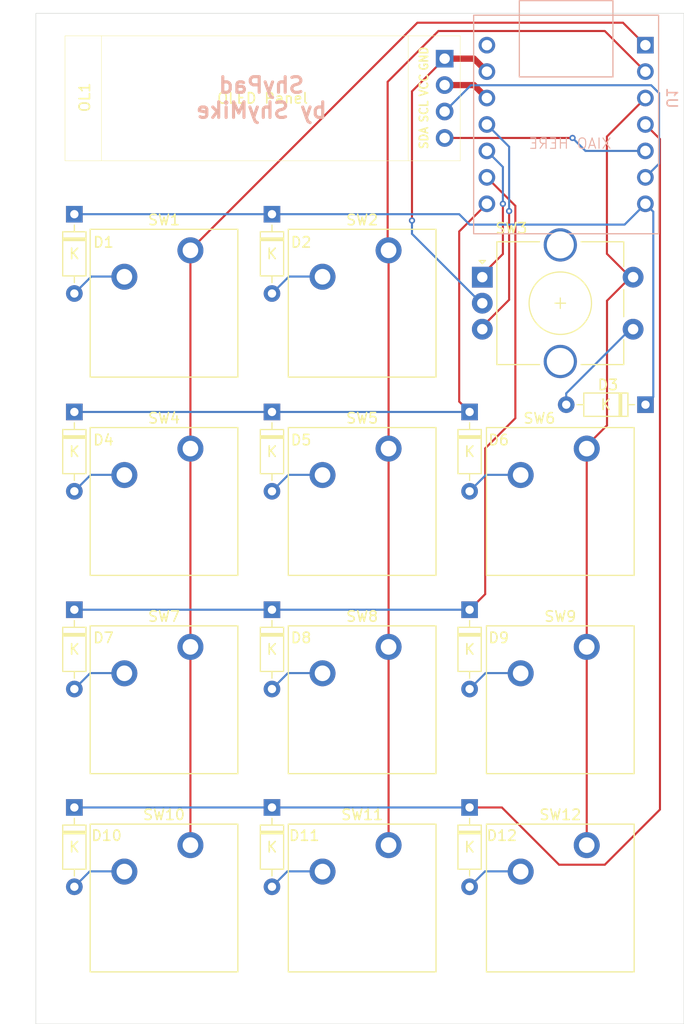
<source format=kicad_pcb>
(kicad_pcb (version 20240108) (generator "pcbnew") (generator_version "8.0")
  (layers (0 "F.Cu" signal) (31 "B.Cu" signal) (34 "B.Paste" user) (35 "F.Paste" user) (36 "B.SilkS" user "B.Silkscreen") (37 "F.SilkS" user "F.Silkscreen") (38 "B.Mask" user) (39 "F.Mask" user) (44 "Edge.Cuts" user))
  (net 0 "")
  (net 1 "+5V")
  (net 2 "GND")
  (net 3 "Net-(D3-A)")
  (net 4 "Row 2")
  (net 5 "Net-(D4-A)")
  (net 6 "Net-(D5-A)")
  (net 7 "Row 1")
  (net 8 "Net-(D6-A)")
  (net 9 "Net-(D7-A)")
  (net 10 "Net-(D8-A)")
  (net 11 "Net-(D9-A)")
  (net 12 "Row 0")
  (net 13 "Net-(D10-A)")
  (net 14 "Net-(D11-A)")
  (net 15 "Net-(D12-A)")
  (net 16 "SDA")
  (net 17 "SCL")
  (net 18 "+3.3V")
  (net 19 "Col 0")
  (net 20 "Col 1")
  (net 21 "Col 2")
  (net 22 "Pot B")
  (net 23 "Row 3")
  (net 24 "Pot A")
  (net 25 "Net-(D1-A)")
  (net 26 "Net-(D2-A)")
  (footprint "hackpad:SSD1306-0.91-OLED-4pin-128x32" (layer "F.Cu") (at 14.89 14.255)
    (property "Reference" "OL1" (at 1.9 5.91 90) (layer "F.SilkS"))
    (property "Value" "OLED")
    (fp_line (start 0 0) (end 0 12) (stroke (width 0.04)) (layer "F.SilkS"))
    (fp_line (start 0 12) (end 38 12) (stroke (width 0.04)) (layer "F.SilkS"))
    (fp_line (start 3.5 0) (end 3.5 12) (stroke (width 0.04)) (layer "F.SilkS"))
    (fp_line (start 33 0) (end 33 12) (stroke (width 0.04)) (layer "F.SilkS"))
    (fp_line (start 38 0) (end 0 0) (stroke (width 0.04)) (layer "F.SilkS"))
    (fp_line (start 38 12) (end 38 0) (stroke (width 0.04)) (layer "F.SilkS"))
    (fp_text user "OLED Panel" (at 19 6 0) (layer "F.SilkS"))
    (fp_text user "SCL" (at 34.5 7.27 -90) (layer "F.SilkS") (effects (font (size 0.8 0.75))))
    (fp_text user "VCC" (at 34.5 4.73 -90) (layer "F.SilkS") (effects (font (size 0.8 0.75))))
    (fp_text user "SDA" (at 34.5 9.81 -90) (layer "F.SilkS") (effects (font (size 0.8 0.75))))
    (fp_text user "GND" (at 34.5 2.19 -90) (layer "F.SilkS") (effects (font (size 0.8 0.75))))
    (pad "1" thru_hole rect (at 36.5 2.19) (size 1.7 1.7) (drill 1) (layers "*.Cu" "*.Mask") (net 2 "GND"))
    (pad "2" thru_hole oval (at 36.5 4.73) (size 1.7 1.7) (drill 1) (layers "*.Cu" "*.Mask") (net 18 "+3.3V"))
    (pad "3" thru_hole oval (at 36.5 7.27) (size 1.7 1.7) (drill 1) (layers "*.Cu" "*.Mask") (net 17 "SCL"))
    (pad "4" thru_hole oval (at 36.5 9.81) (size 1.7 1.7) (drill 1) (layers "*.Cu" "*.Mask") (net 16 "SDA"))
  )
  (footprint "hackpad:MX_PCB_1.00u" (layer "F.Cu") (at 62.51 97.09)
    (property "Reference" "SW12" (at 0 -8 0) (layer "F.SilkS"))
    (property "Value" "SW_Push_45deg")
    (fp_line (start -7.1 -7.1) (end -7.1 7.1) (stroke (width 0.12)) (layer "F.SilkS"))
    (fp_line (start -7.1 7.1) (end 7.1 7.1) (stroke (width 0.12)) (layer "F.SilkS"))
    (fp_line (start 7.1 -7.1) (end -7.1 -7.1) (stroke (width 0.12)) (layer "F.SilkS"))
    (fp_line (start 7.1 7.1) (end 7.1 -7.1) (stroke (width 0.12)) (layer "F.SilkS"))
    (pad "" np_thru_hole circle (at -5.08 0) (size 1.75 1.75) (drill 1.75) (layers "*.Cu" "*.Mask"))
    (pad "" np_thru_hole circle (at 0 0) (size 4 4) (drill 4) (layers "*.Cu" "*.Mask"))
    (pad "" np_thru_hole circle (at 5.08 0) (size 1.75 1.75) (drill 1.75) (layers "*.Cu" "*.Mask"))
    (pad "1" thru_hole circle (at 2.54 -5.08) (size 2.5 2.5) (drill 1.5) (layers "*.Cu" "*.Mask") (net 21 "Col 2"))
    (pad "2" thru_hole circle (at -3.81 -2.54) (size 2.5 2.5) (drill 1.5) (layers "*.Cu" "*.Mask") (net 15 "Net-(D12-A)"))
  )
  (footprint "Diode_THT:D_DO-35_SOD27_P7.62mm_Horizontal" (layer "F.Cu") (at 34.789998 31.39 -90)
    (property "Reference" "D2" (at 2.7 -2.800002 180) (layer "F.SilkS"))
    (property "Value" "1N4148")
    (fp_line (start 1.69 1.12) (end 5.93 1.12) (stroke (width 0.12)) (layer "F.SilkS"))
    (fp_line (start 5.93 1.12) (end 5.93 -1.12) (stroke (width 0.12)) (layer "F.SilkS"))
    (fp_line (start 1.04 0) (end 1.69 0) (stroke (width 0.12)) (layer "F.SilkS"))
    (fp_line (start 6.58 0) (end 5.93 0) (stroke (width 0.12)) (layer "F.SilkS"))
    (fp_line (start 1.69 -1.12) (end 1.69 1.12) (stroke (width 0.12)) (layer "F.SilkS"))
    (fp_line (start 2.29 -1.12) (end 2.29 1.12) (stroke (width 0.12)) (layer "F.SilkS"))
    (fp_line (start 2.41 -1.12) (end 2.41 1.12) (stroke (width 0.12)) (layer "F.SilkS"))
    (fp_line (start 2.53 -1.12) (end 2.53 1.12) (stroke (width 0.12)) (layer "F.SilkS"))
    (fp_line (start 5.93 -1.12) (end 1.69 -1.12) (stroke (width 0.12)) (layer "F.SilkS"))
    (fp_text user "K" (at 3.81 0 180) (layer "F.SilkS"))
    (pad "1" thru_hole rect (at 0 0 270) (size 1.6 1.6) (drill 0.8) (layers "*.Cu" "*.Mask") (net 12 "Row 0"))
    (pad "2" thru_hole oval (at 7.62 0 270) (size 1.6 1.6) (drill 0.8) (layers "*.Cu" "*.Mask") (net 26 "Net-(D2-A)"))
  )
  (footprint "hackpad:MX_PCB_1.00u" (layer "F.Cu") (at 24.41 97.09)
    (property "Reference" "SW10" (at 0 -8 0) (layer "F.SilkS"))
    (property "Value" "SW_Push_45deg")
    (fp_line (start -7.1 -7.1) (end -7.1 7.1) (stroke (width 0.12)) (layer "F.SilkS"))
    (fp_line (start -7.1 7.1) (end 7.1 7.1) (stroke (width 0.12)) (layer "F.SilkS"))
    (fp_line (start 7.1 -7.1) (end -7.1 -7.1) (stroke (width 0.12)) (layer "F.SilkS"))
    (fp_line (start 7.1 7.1) (end 7.1 -7.1) (stroke (width 0.12)) (layer "F.SilkS"))
    (pad "" np_thru_hole circle (at -5.08 0) (size 1.75 1.75) (drill 1.75) (layers "*.Cu" "*.Mask"))
    (pad "" np_thru_hole circle (at 0 0) (size 4 4) (drill 4) (layers "*.Cu" "*.Mask"))
    (pad "" np_thru_hole circle (at 5.08 0) (size 1.75 1.75) (drill 1.75) (layers "*.Cu" "*.Mask"))
    (pad "1" thru_hole circle (at 2.54 -5.08) (size 2.5 2.5) (drill 1.5) (layers "*.Cu" "*.Mask") (net 19 "Col 0"))
    (pad "2" thru_hole circle (at -3.81 -2.54) (size 2.5 2.5) (drill 1.5) (layers "*.Cu" "*.Mask") (net 13 "Net-(D10-A)"))
  )
  (footprint "Diode_THT:D_DO-35_SOD27_P7.62mm_Horizontal" (layer "F.Cu") (at 53.789998 88.39 -90)
    (property "Reference" "D12" (at 2.7 -3.100002 180) (layer "F.SilkS"))
    (property "Value" "1N4148")
    (fp_line (start 1.69 1.12) (end 5.93 1.12) (stroke (width 0.12)) (layer "F.SilkS"))
    (fp_line (start 5.93 1.12) (end 5.93 -1.12) (stroke (width 0.12)) (layer "F.SilkS"))
    (fp_line (start 1.04 0) (end 1.69 0) (stroke (width 0.12)) (layer "F.SilkS"))
    (fp_line (start 6.58 0) (end 5.93 0) (stroke (width 0.12)) (layer "F.SilkS"))
    (fp_line (start 1.69 -1.12) (end 1.69 1.12) (stroke (width 0.12)) (layer "F.SilkS"))
    (fp_line (start 2.29 -1.12) (end 2.29 1.12) (stroke (width 0.12)) (layer "F.SilkS"))
    (fp_line (start 2.41 -1.12) (end 2.41 1.12) (stroke (width 0.12)) (layer "F.SilkS"))
    (fp_line (start 2.53 -1.12) (end 2.53 1.12) (stroke (width 0.12)) (layer "F.SilkS"))
    (fp_line (start 5.93 -1.12) (end 1.69 -1.12) (stroke (width 0.12)) (layer "F.SilkS"))
    (fp_text user "K" (at 3.81 0 180) (layer "F.SilkS"))
    (pad "1" thru_hole rect (at 0 0 270) (size 1.6 1.6) (drill 0.8) (layers "*.Cu" "*.Mask") (net 23 "Row 3"))
    (pad "2" thru_hole oval (at 7.62 0 270) (size 1.6 1.6) (drill 0.8) (layers "*.Cu" "*.Mask") (net 15 "Net-(D12-A)"))
  )
  (footprint "hackpad:MX_PCB_1.00u" (layer "F.Cu") (at 43.46 78.04)
    (property "Reference" "SW8" (at 0 -8 0) (layer "F.SilkS"))
    (property "Value" "SW_Push_45deg")
    (fp_line (start -7.1 -7.1) (end -7.1 7.1) (stroke (width 0.12)) (layer "F.SilkS"))
    (fp_line (start -7.1 7.1) (end 7.1 7.1) (stroke (width 0.12)) (layer "F.SilkS"))
    (fp_line (start 7.1 -7.1) (end -7.1 -7.1) (stroke (width 0.12)) (layer "F.SilkS"))
    (fp_line (start 7.1 7.1) (end 7.1 -7.1) (stroke (width 0.12)) (layer "F.SilkS"))
    (pad "" np_thru_hole circle (at -5.08 0) (size 1.75 1.75) (drill 1.75) (layers "*.Cu" "*.Mask"))
    (pad "" np_thru_hole circle (at 0 0) (size 4 4) (drill 4) (layers "*.Cu" "*.Mask"))
    (pad "" np_thru_hole circle (at 5.08 0) (size 1.75 1.75) (drill 1.75) (layers "*.Cu" "*.Mask"))
    (pad "1" thru_hole circle (at 2.54 -5.08) (size 2.5 2.5) (drill 1.5) (layers "*.Cu" "*.Mask") (net 20 "Col 1"))
    (pad "2" thru_hole circle (at -3.81 -2.54) (size 2.5 2.5) (drill 1.5) (layers "*.Cu" "*.Mask") (net 10 "Net-(D8-A)"))
  )
  (footprint "Diode_THT:D_DO-35_SOD27_P7.62mm_Horizontal" (layer "F.Cu") (at 15.789998 50.39 -90)
    (property "Reference" "D4" (at 2.7 -2.800002 180) (layer "F.SilkS"))
    (property "Value" "1N4148")
    (fp_line (start 1.69 1.12) (end 5.93 1.12) (stroke (width 0.12)) (layer "F.SilkS"))
    (fp_line (start 5.93 1.12) (end 5.93 -1.12) (stroke (width 0.12)) (layer "F.SilkS"))
    (fp_line (start 1.04 0) (end 1.69 0) (stroke (width 0.12)) (layer "F.SilkS"))
    (fp_line (start 6.58 0) (end 5.93 0) (stroke (width 0.12)) (layer "F.SilkS"))
    (fp_line (start 1.69 -1.12) (end 1.69 1.12) (stroke (width 0.12)) (layer "F.SilkS"))
    (fp_line (start 2.29 -1.12) (end 2.29 1.12) (stroke (width 0.12)) (layer "F.SilkS"))
    (fp_line (start 2.41 -1.12) (end 2.41 1.12) (stroke (width 0.12)) (layer "F.SilkS"))
    (fp_line (start 2.53 -1.12) (end 2.53 1.12) (stroke (width 0.12)) (layer "F.SilkS"))
    (fp_line (start 5.93 -1.12) (end 1.69 -1.12) (stroke (width 0.12)) (layer "F.SilkS"))
    (fp_text user "K" (at 3.81 0 180) (layer "F.SilkS"))
    (pad "1" thru_hole rect (at 0 0 270) (size 1.6 1.6) (drill 0.8) (layers "*.Cu" "*.Mask") (net 7 "Row 1"))
    (pad "2" thru_hole oval (at 7.62 0 270) (size 1.6 1.6) (drill 0.8) (layers "*.Cu" "*.Mask") (net 5 "Net-(D4-A)"))
  )
  (footprint "Diode_THT:D_DO-35_SOD27_P7.62mm_Horizontal" (layer "F.Cu") (at 15.789998 88.39 -90)
    (property "Reference" "D10" (at 2.7 -3.100002 180) (layer "F.SilkS"))
    (property "Value" "1N4148")
    (fp_line (start 1.69 1.12) (end 5.93 1.12) (stroke (width 0.12)) (layer "F.SilkS"))
    (fp_line (start 5.93 1.12) (end 5.93 -1.12) (stroke (width 0.12)) (layer "F.SilkS"))
    (fp_line (start 1.04 0) (end 1.69 0) (stroke (width 0.12)) (layer "F.SilkS"))
    (fp_line (start 6.58 0) (end 5.93 0) (stroke (width 0.12)) (layer "F.SilkS"))
    (fp_line (start 1.69 -1.12) (end 1.69 1.12) (stroke (width 0.12)) (layer "F.SilkS"))
    (fp_line (start 2.29 -1.12) (end 2.29 1.12) (stroke (width 0.12)) (layer "F.SilkS"))
    (fp_line (start 2.41 -1.12) (end 2.41 1.12) (stroke (width 0.12)) (layer "F.SilkS"))
    (fp_line (start 2.53 -1.12) (end 2.53 1.12) (stroke (width 0.12)) (layer "F.SilkS"))
    (fp_line (start 5.93 -1.12) (end 1.69 -1.12) (stroke (width 0.12)) (layer "F.SilkS"))
    (fp_text user "K" (at 3.81 0 180) (layer "F.SilkS"))
    (pad "1" thru_hole rect (at 0 0 270) (size 1.6 1.6) (drill 0.8) (layers "*.Cu" "*.Mask") (net 23 "Row 3"))
    (pad "2" thru_hole oval (at 7.62 0 270) (size 1.6 1.6) (drill 0.8) (layers "*.Cu" "*.Mask") (net 13 "Net-(D10-A)"))
  )
  (footprint "hackpad:MX_PCB_1.00u" (layer "F.Cu") (at 62.51 78.04)
    (property "Reference" "SW9" (at 0 -8 0) (layer "F.SilkS"))
    (property "Value" "SW_Push_45deg")
    (fp_line (start -7.1 -7.1) (end -7.1 7.1) (stroke (width 0.12)) (layer "F.SilkS"))
    (fp_line (start -7.1 7.1) (end 7.1 7.1) (stroke (width 0.12)) (layer "F.SilkS"))
    (fp_line (start 7.1 -7.1) (end -7.1 -7.1) (stroke (width 0.12)) (layer "F.SilkS"))
    (fp_line (start 7.1 7.1) (end 7.1 -7.1) (stroke (width 0.12)) (layer "F.SilkS"))
    (pad "" np_thru_hole circle (at -5.08 0) (size 1.75 1.75) (drill 1.75) (layers "*.Cu" "*.Mask"))
    (pad "" np_thru_hole circle (at 0 0) (size 4 4) (drill 4) (layers "*.Cu" "*.Mask"))
    (pad "" np_thru_hole circle (at 5.08 0) (size 1.75 1.75) (drill 1.75) (layers "*.Cu" "*.Mask"))
    (pad "1" thru_hole circle (at 2.54 -5.08) (size 2.5 2.5) (drill 1.5) (layers "*.Cu" "*.Mask") (net 21 "Col 2"))
    (pad "2" thru_hole circle (at -3.81 -2.54) (size 2.5 2.5) (drill 1.5) (layers "*.Cu" "*.Mask") (net 11 "Net-(D9-A)"))
  )
  (footprint "hackpad:MX_PCB_1.00u" (layer "F.Cu") (at 43.46 58.99)
    (property "Reference" "SW5" (at 0 -8 0) (layer "F.SilkS"))
    (property "Value" "SW_Push_45deg")
    (fp_line (start -7.1 -7.1) (end -7.1 7.1) (stroke (width 0.12)) (layer "F.SilkS"))
    (fp_line (start -7.1 7.1) (end 7.1 7.1) (stroke (width 0.12)) (layer "F.SilkS"))
    (fp_line (start 7.1 -7.1) (end -7.1 -7.1) (stroke (width 0.12)) (layer "F.SilkS"))
    (fp_line (start 7.1 7.1) (end 7.1 -7.1) (stroke (width 0.12)) (layer "F.SilkS"))
    (pad "" np_thru_hole circle (at -5.08 0) (size 1.75 1.75) (drill 1.75) (layers "*.Cu" "*.Mask"))
    (pad "" np_thru_hole circle (at 0 0) (size 4 4) (drill 4) (layers "*.Cu" "*.Mask"))
    (pad "" np_thru_hole circle (at 5.08 0) (size 1.75 1.75) (drill 1.75) (layers "*.Cu" "*.Mask"))
    (pad "1" thru_hole circle (at 2.54 -5.08) (size 2.5 2.5) (drill 1.5) (layers "*.Cu" "*.Mask") (net 20 "Col 1"))
    (pad "2" thru_hole circle (at -3.81 -2.54) (size 2.5 2.5) (drill 1.5) (layers "*.Cu" "*.Mask") (net 6 "Net-(D5-A)"))
  )
  (footprint "Diode_THT:D_DO-35_SOD27_P7.62mm_Horizontal" (layer "F.Cu") (at 34.789998 50.39 -90)
    (property "Reference" "D5" (at 2.7 -2.800002 180) (layer "F.SilkS"))
    (property "Value" "1N4148")
    (fp_line (start 1.69 1.12) (end 5.93 1.12) (stroke (width 0.12)) (layer "F.SilkS"))
    (fp_line (start 5.93 1.12) (end 5.93 -1.12) (stroke (width 0.12)) (layer "F.SilkS"))
    (fp_line (start 1.04 0) (end 1.69 0) (stroke (width 0.12)) (layer "F.SilkS"))
    (fp_line (start 6.58 0) (end 5.93 0) (stroke (width 0.12)) (layer "F.SilkS"))
    (fp_line (start 1.69 -1.12) (end 1.69 1.12) (stroke (width 0.12)) (layer "F.SilkS"))
    (fp_line (start 2.29 -1.12) (end 2.29 1.12) (stroke (width 0.12)) (layer "F.SilkS"))
    (fp_line (start 2.41 -1.12) (end 2.41 1.12) (stroke (width 0.12)) (layer "F.SilkS"))
    (fp_line (start 2.53 -1.12) (end 2.53 1.12) (stroke (width 0.12)) (layer "F.SilkS"))
    (fp_line (start 5.93 -1.12) (end 1.69 -1.12) (stroke (width 0.12)) (layer "F.SilkS"))
    (fp_text user "K" (at 3.81 0 180) (layer "F.SilkS"))
    (pad "1" thru_hole rect (at 0 0 270) (size 1.6 1.6) (drill 0.8) (layers "*.Cu" "*.Mask") (net 7 "Row 1"))
    (pad "2" thru_hole oval (at 7.62 0 270) (size 1.6 1.6) (drill 0.8) (layers "*.Cu" "*.Mask") (net 6 "Net-(D5-A)"))
  )
  (footprint "Diode_THT:D_DO-35_SOD27_P7.62mm_Horizontal" (layer "F.Cu") (at 53.789998 69.39 -90)
    (property "Reference" "D9" (at 2.7 -2.800002 180) (layer "F.SilkS"))
    (property "Value" "1N4148")
    (fp_line (start 1.69 1.12) (end 5.93 1.12) (stroke (width 0.12)) (layer "F.SilkS"))
    (fp_line (start 5.93 1.12) (end 5.93 -1.12) (stroke (width 0.12)) (layer "F.SilkS"))
    (fp_line (start 1.04 0) (end 1.69 0) (stroke (width 0.12)) (layer "F.SilkS"))
    (fp_line (start 6.58 0) (end 5.93 0) (stroke (width 0.12)) (layer "F.SilkS"))
    (fp_line (start 1.69 -1.12) (end 1.69 1.12) (stroke (width 0.12)) (layer "F.SilkS"))
    (fp_line (start 2.29 -1.12) (end 2.29 1.12) (stroke (width 0.12)) (layer "F.SilkS"))
    (fp_line (start 2.41 -1.12) (end 2.41 1.12) (stroke (width 0.12)) (layer "F.SilkS"))
    (fp_line (start 2.53 -1.12) (end 2.53 1.12) (stroke (width 0.12)) (layer "F.SilkS"))
    (fp_line (start 5.93 -1.12) (end 1.69 -1.12) (stroke (width 0.12)) (layer "F.SilkS"))
    (fp_text user "K" (at 3.81 0 180) (layer "F.SilkS"))
    (pad "1" thru_hole rect (at 0 0 270) (size 1.6 1.6) (drill 0.8) (layers "*.Cu" "*.Mask") (net 4 "Row 2"))
    (pad "2" thru_hole oval (at 7.62 0 270) (size 1.6 1.6) (drill 0.8) (layers "*.Cu" "*.Mask") (net 11 "Net-(D9-A)"))
  )
  (footprint "hackpad:MX_PCB_1.00u" (layer "F.Cu") (at 43.46 39.94)
    (property "Reference" "SW2" (at 0 -8 0) (layer "F.SilkS"))
    (property "Value" "SW_Push_45deg")
    (fp_line (start -7.1 -7.1) (end -7.1 7.1) (stroke (width 0.12)) (layer "F.SilkS"))
    (fp_line (start -7.1 7.1) (end 7.1 7.1) (stroke (width 0.12)) (layer "F.SilkS"))
    (fp_line (start 7.1 -7.1) (end -7.1 -7.1) (stroke (width 0.12)) (layer "F.SilkS"))
    (fp_line (start 7.1 7.1) (end 7.1 -7.1) (stroke (width 0.12)) (layer "F.SilkS"))
    (pad "" np_thru_hole circle (at -5.08 0) (size 1.75 1.75) (drill 1.75) (layers "*.Cu" "*.Mask"))
    (pad "" np_thru_hole circle (at 0 0) (size 4 4) (drill 4) (layers "*.Cu" "*.Mask"))
    (pad "" np_thru_hole circle (at 5.08 0) (size 1.75 1.75) (drill 1.75) (layers "*.Cu" "*.Mask"))
    (pad "1" thru_hole circle (at 2.54 -5.08) (size 2.5 2.5) (drill 1.5) (layers "*.Cu" "*.Mask") (net 20 "Col 1"))
    (pad "2" thru_hole circle (at -3.81 -2.54) (size 2.5 2.5) (drill 1.5) (layers "*.Cu" "*.Mask") (net 26 "Net-(D2-A)"))
  )
  (footprint "hackpad:RotaryEncoder_Alps_EC11E-Switch_Vertical_H20mm_CircularMountingHoles" (layer "F.Cu") (at 55.01 37.44)
    (property "Reference" "SW3" (at 2.8 -4.7 0) (layer "F.SilkS"))
    (property "Value" "RotaryEncoder_Switch_MP")
    (fp_line (start -0.3 -1.6) (end 0.3 -1.6) (stroke (width 0.12)) (layer "F.SilkS"))
    (fp_line (start 0 -1.3) (end -0.3 -1.6) (stroke (width 0.12)) (layer "F.SilkS"))
    (fp_line (start 0.3 -1.6) (end 0 -1.3) (stroke (width 0.12)) (layer "F.SilkS"))
    (fp_line (start 1.4 -3.4) (end 1.4 8.4) (stroke (width 0.12)) (layer "F.SilkS"))
    (fp_line (start 5.5 -3.4) (end 1.4 -3.4) (stroke (width 0.12)) (layer "F.SilkS"))
    (fp_line (start 5.5 8.4) (end 1.4 8.4) (stroke (width 0.12)) (layer "F.SilkS"))
    (fp_line (start 7 2.5) (end 8 2.5) (stroke (width 0.12)) (layer "F.SilkS"))
    (fp_line (start 7.5 2) (end 7.5 3) (stroke (width 0.12)) (layer "F.SilkS"))
    (fp_line (start 9.5 -3.4) (end 13.6 -3.4) (stroke (width 0.12)) (layer "F.SilkS"))
    (fp_line (start 13.6 -3.4) (end 13.6 -1) (stroke (width 0.12)) (layer "F.SilkS"))
    (fp_line (start 13.6 1.2) (end 13.6 3.8) (stroke (width 0.12)) (layer "F.SilkS"))
    (fp_line (start 13.6 6) (end 13.6 8.4) (stroke (width 0.12)) (layer "F.SilkS"))
    (fp_line (start 13.6 8.4) (end 9.5 8.4) (stroke (width 0.12)) (layer "F.SilkS"))
    (fp_circle (center 7.5 2.5) (end 10.5 2.5) (stroke (width 0.12)) (fill none) (layer "F.SilkS"))
    (pad "A" thru_hole rect (at 0 0) (size 2 2) (drill 1) (layers "*.Cu" "*.Mask") (net 24 "Pot A"))
    (pad "B" thru_hole circle (at 0 5) (size 2 2) (drill 1) (layers "*.Cu" "*.Mask") (net 22 "Pot B"))
    (pad "C" thru_hole circle (at 0 2.5) (size 2 2) (drill 1) (layers "*.Cu" "*.Mask") (net 2 "GND"))
    (pad "MP" thru_hole circle (at 7.5 -3.1) (size 3.2 3.2) (drill 2.6) (layers "*.Cu" "*.Mask"))
    (pad "MP" thru_hole circle (at 7.5 8.1) (size 3.2 3.2) (drill 2.6) (layers "*.Cu" "*.Mask"))
    (pad "S1" thru_hole circle (at 14.5 5) (size 2 2) (drill 1) (layers "*.Cu" "*.Mask") (net 3 "Net-(D3-A)"))
    (pad "S2" thru_hole circle (at 14.5 0) (size 2 2) (drill 1) (layers "*.Cu" "*.Mask") (net 21 "Col 2"))
  )
  (footprint "hackpad:MX_PCB_1.00u" (layer "F.Cu") (at 24.41 39.94)
    (property "Reference" "SW1" (at 0 -8 0) (layer "F.SilkS"))
    (property "Value" "SW_Push_45deg")
    (fp_line (start -7.1 -7.1) (end -7.1 7.1) (stroke (width 0.12)) (layer "F.SilkS"))
    (fp_line (start -7.1 7.1) (end 7.1 7.1) (stroke (width 0.12)) (layer "F.SilkS"))
    (fp_line (start 7.1 -7.1) (end -7.1 -7.1) (stroke (width 0.12)) (layer "F.SilkS"))
    (fp_line (start 7.1 7.1) (end 7.1 -7.1) (stroke (width 0.12)) (layer "F.SilkS"))
    (pad "" np_thru_hole circle (at -5.08 0) (size 1.75 1.75) (drill 1.75) (layers "*.Cu" "*.Mask"))
    (pad "" np_thru_hole circle (at 0 0) (size 4 4) (drill 4) (layers "*.Cu" "*.Mask"))
    (pad "" np_thru_hole circle (at 5.08 0) (size 1.75 1.75) (drill 1.75) (layers "*.Cu" "*.Mask"))
    (pad "1" thru_hole circle (at 2.54 -5.08) (size 2.5 2.5) (drill 1.5) (layers "*.Cu" "*.Mask") (net 19 "Col 0"))
    (pad "2" thru_hole circle (at -3.81 -2.54) (size 2.5 2.5) (drill 1.5) (layers "*.Cu" "*.Mask") (net 25 "Net-(D1-A)"))
  )
  (footprint "Diode_THT:D_DO-35_SOD27_P7.62mm_Horizontal" (layer "F.Cu") (at 15.789998 69.39 -90)
    (property "Reference" "D7" (at 2.7 -2.800002 180) (layer "F.SilkS"))
    (property "Value" "1N4148")
    (fp_line (start 1.69 1.12) (end 5.93 1.12) (stroke (width 0.12)) (layer "F.SilkS"))
    (fp_line (start 5.93 1.12) (end 5.93 -1.12) (stroke (width 0.12)) (layer "F.SilkS"))
    (fp_line (start 1.04 0) (end 1.69 0) (stroke (width 0.12)) (layer "F.SilkS"))
    (fp_line (start 6.58 0) (end 5.93 0) (stroke (width 0.12)) (layer "F.SilkS"))
    (fp_line (start 1.69 -1.12) (end 1.69 1.12) (stroke (width 0.12)) (layer "F.SilkS"))
    (fp_line (start 2.29 -1.12) (end 2.29 1.12) (stroke (width 0.12)) (layer "F.SilkS"))
    (fp_line (start 2.41 -1.12) (end 2.41 1.12) (stroke (width 0.12)) (layer "F.SilkS"))
    (fp_line (start 2.53 -1.12) (end 2.53 1.12) (stroke (width 0.12)) (layer "F.SilkS"))
    (fp_line (start 5.93 -1.12) (end 1.69 -1.12) (stroke (width 0.12)) (layer "F.SilkS"))
    (fp_text user "K" (at 3.81 0 180) (layer "F.SilkS"))
    (pad "1" thru_hole rect (at 0 0 270) (size 1.6 1.6) (drill 0.8) (layers "*.Cu" "*.Mask") (net 4 "Row 2"))
    (pad "2" thru_hole oval (at 7.62 0 270) (size 1.6 1.6) (drill 0.8) (layers "*.Cu" "*.Mask") (net 9 "Net-(D7-A)"))
  )
  (footprint "hackpad:MX_PCB_1.00u" (layer "F.Cu") (at 62.51 58.99)
    (property "Reference" "SW6" (at -2.01 -7.99 0) (layer "F.SilkS"))
    (property "Value" "SW_Push_45deg")
    (fp_line (start -7.1 -7.1) (end -7.1 7.1) (stroke (width 0.12)) (layer "F.SilkS"))
    (fp_line (start -7.1 7.1) (end 7.1 7.1) (stroke (width 0.12)) (layer "F.SilkS"))
    (fp_line (start 7.1 -7.1) (end -7.1 -7.1) (stroke (width 0.12)) (layer "F.SilkS"))
    (fp_line (start 7.1 7.1) (end 7.1 -7.1) (stroke (width 0.12)) (layer "F.SilkS"))
    (pad "" np_thru_hole circle (at -5.08 0) (size 1.75 1.75) (drill 1.75) (layers "*.Cu" "*.Mask"))
    (pad "" np_thru_hole circle (at 0 0) (size 4 4) (drill 4) (layers "*.Cu" "*.Mask"))
    (pad "" np_thru_hole circle (at 5.08 0) (size 1.75 1.75) (drill 1.75) (layers "*.Cu" "*.Mask"))
    (pad "1" thru_hole circle (at 2.54 -5.08) (size 2.5 2.5) (drill 1.5) (layers "*.Cu" "*.Mask") (net 21 "Col 2"))
    (pad "2" thru_hole circle (at -3.81 -2.54) (size 2.5 2.5) (drill 1.5) (layers "*.Cu" "*.Mask") (net 8 "Net-(D6-A)"))
  )
  (footprint "hackpad:MX_PCB_1.00u" (layer "F.Cu") (at 24.41 58.99)
    (property "Reference" "SW4" (at 0 -8 0) (layer "F.SilkS"))
    (property "Value" "SW_Push_45deg")
    (fp_line (start -7.1 -7.1) (end -7.1 7.1) (stroke (width 0.12)) (layer "F.SilkS"))
    (fp_line (start -7.1 7.1) (end 7.1 7.1) (stroke (width 0.12)) (layer "F.SilkS"))
    (fp_line (start 7.1 -7.1) (end -7.1 -7.1) (stroke (width 0.12)) (layer "F.SilkS"))
    (fp_line (start 7.1 7.1) (end 7.1 -7.1) (stroke (width 0.12)) (layer "F.SilkS"))
    (pad "" np_thru_hole circle (at -5.08 0) (size 1.75 1.75) (drill 1.75) (layers "*.Cu" "*.Mask"))
    (pad "" np_thru_hole circle (at 0 0) (size 4 4) (drill 4) (layers "*.Cu" "*.Mask"))
    (pad "" np_thru_hole circle (at 5.08 0) (size 1.75 1.75) (drill 1.75) (layers "*.Cu" "*.Mask"))
    (pad "1" thru_hole circle (at 2.54 -5.08) (size 2.5 2.5) (drill 1.5) (layers "*.Cu" "*.Mask") (net 19 "Col 0"))
    (pad "2" thru_hole circle (at -3.81 -2.54) (size 2.5 2.5) (drill 1.5) (layers "*.Cu" "*.Mask") (net 5 "Net-(D4-A)"))
  )
  (footprint "hackpad:MX_PCB_1.00u" (layer "F.Cu") (at 24.41 78.04)
    (property "Reference" "SW7" (at 0 -8 0) (layer "F.SilkS"))
    (property "Value" "SW_Push_45deg")
    (fp_line (start -7.1 -7.1) (end -7.1 7.1) (stroke (width 0.12)) (layer "F.SilkS"))
    (fp_line (start -7.1 7.1) (end 7.1 7.1) (stroke (width 0.12)) (layer "F.SilkS"))
    (fp_line (start 7.1 -7.1) (end -7.1 -7.1) (stroke (width 0.12)) (layer "F.SilkS"))
    (fp_line (start 7.1 7.1) (end 7.1 -7.1) (stroke (width 0.12)) (layer "F.SilkS"))
    (pad "" np_thru_hole circle (at -5.08 0) (size 1.75 1.75) (drill 1.75) (layers "*.Cu" "*.Mask"))
    (pad "" np_thru_hole circle (at 0 0) (size 4 4) (drill 4) (layers "*.Cu" "*.Mask"))
    (pad "" np_thru_hole circle (at 5.08 0) (size 1.75 1.75) (drill 1.75) (layers "*.Cu" "*.Mask"))
    (pad "1" thru_hole circle (at 2.54 -5.08) (size 2.5 2.5) (drill 1.5) (layers "*.Cu" "*.Mask") (net 19 "Col 0"))
    (pad "2" thru_hole circle (at -3.81 -2.54) (size 2.5 2.5) (drill 1.5) (layers "*.Cu" "*.Mask") (net 9 "Net-(D7-A)"))
  )
  (footprint "Diode_THT:D_DO-35_SOD27_P7.62mm_Horizontal" (layer "F.Cu") (at 53.789998 50.39 -90)
    (property "Reference" "D6" (at 2.7 -2.800002 180) (layer "F.SilkS"))
    (property "Value" "1N4148")
    (fp_line (start 1.69 1.12) (end 5.93 1.12) (stroke (width 0.12)) (layer "F.SilkS"))
    (fp_line (start 5.93 1.12) (end 5.93 -1.12) (stroke (width 0.12)) (layer "F.SilkS"))
    (fp_line (start 1.04 0) (end 1.69 0) (stroke (width 0.12)) (layer "F.SilkS"))
    (fp_line (start 6.58 0) (end 5.93 0) (stroke (width 0.12)) (layer "F.SilkS"))
    (fp_line (start 1.69 -1.12) (end 1.69 1.12) (stroke (width 0.12)) (layer "F.SilkS"))
    (fp_line (start 2.29 -1.12) (end 2.29 1.12) (stroke (width 0.12)) (layer "F.SilkS"))
    (fp_line (start 2.41 -1.12) (end 2.41 1.12) (stroke (width 0.12)) (layer "F.SilkS"))
    (fp_line (start 2.53 -1.12) (end 2.53 1.12) (stroke (width 0.12)) (layer "F.SilkS"))
    (fp_line (start 5.93 -1.12) (end 1.69 -1.12) (stroke (width 0.12)) (layer "F.SilkS"))
    (fp_text user "K" (at 3.81 0 180) (layer "F.SilkS"))
    (pad "1" thru_hole rect (at 0 0 270) (size 1.6 1.6) (drill 0.8) (layers "*.Cu" "*.Mask") (net 7 "Row 1"))
    (pad "2" thru_hole oval (at 7.62 0 270) (size 1.6 1.6) (drill 0.8) (layers "*.Cu" "*.Mask") (net 8 "Net-(D6-A)"))
  )
  (footprint "Diode_THT:D_DO-35_SOD27_P7.62mm_Horizontal" (layer "F.Cu") (at 34.789998 69.39 -90)
    (property "Reference" "D8" (at 2.7 -2.800002 180) (layer "F.SilkS"))
    (property "Value" "1N4148")
    (fp_line (start 1.69 1.12) (end 5.93 1.12) (stroke (width 0.12)) (layer "F.SilkS"))
    (fp_line (start 5.93 1.12) (end 5.93 -1.12) (stroke (width 0.12)) (layer "F.SilkS"))
    (fp_line (start 1.04 0) (end 1.69 0) (stroke (width 0.12)) (layer "F.SilkS"))
    (fp_line (start 6.58 0) (end 5.93 0) (stroke (width 0.12)) (layer "F.SilkS"))
    (fp_line (start 1.69 -1.12) (end 1.69 1.12) (stroke (width 0.12)) (layer "F.SilkS"))
    (fp_line (start 2.29 -1.12) (end 2.29 1.12) (stroke (width 0.12)) (layer "F.SilkS"))
    (fp_line (start 2.41 -1.12) (end 2.41 1.12) (stroke (width 0.12)) (layer "F.SilkS"))
    (fp_line (start 2.53 -1.12) (end 2.53 1.12) (stroke (width 0.12)) (layer "F.SilkS"))
    (fp_line (start 5.93 -1.12) (end 1.69 -1.12) (stroke (width 0.12)) (layer "F.SilkS"))
    (fp_text user "K" (at 3.81 0 180) (layer "F.SilkS"))
    (pad "1" thru_hole rect (at 0 0 270) (size 1.6 1.6) (drill 0.8) (layers "*.Cu" "*.Mask") (net 4 "Row 2"))
    (pad "2" thru_hole oval (at 7.62 0 270) (size 1.6 1.6) (drill 0.8) (layers "*.Cu" "*.Mask") (net 10 "Net-(D8-A)"))
  )
  (footprint "Diode_THT:D_DO-35_SOD27_P7.62mm_Horizontal" (layer "F.Cu") (at 34.789998 88.39 -90)
    (property "Reference" "D11" (at 2.7 -3.100002 180) (layer "F.SilkS"))
    (property "Value" "1N4148")
    (fp_line (start 1.69 1.12) (end 5.93 1.12) (stroke (width 0.12)) (layer "F.SilkS"))
    (fp_line (start 5.93 1.12) (end 5.93 -1.12) (stroke (width 0.12)) (layer "F.SilkS"))
    (fp_line (start 1.04 0) (end 1.69 0) (stroke (width 0.12)) (layer "F.SilkS"))
    (fp_line (start 6.58 0) (end 5.93 0) (stroke (width 0.12)) (layer "F.SilkS"))
    (fp_line (start 1.69 -1.12) (end 1.69 1.12) (stroke (width 0.12)) (layer "F.SilkS"))
    (fp_line (start 2.29 -1.12) (end 2.29 1.12) (stroke (width 0.12)) (layer "F.SilkS"))
    (fp_line (start 2.41 -1.12) (end 2.41 1.12) (stroke (width 0.12)) (layer "F.SilkS"))
    (fp_line (start 2.53 -1.12) (end 2.53 1.12) (stroke (width 0.12)) (layer "F.SilkS"))
    (fp_line (start 5.93 -1.12) (end 1.69 -1.12) (stroke (width 0.12)) (layer "F.SilkS"))
    (fp_text user "K" (at 3.81 0 0) (layer "F.SilkS"))
    (pad "1" thru_hole rect (at 0 0 270) (size 1.6 1.6) (drill 0.8) (layers "*.Cu" "*.Mask") (net 23 "Row 3"))
    (pad "2" thru_hole oval (at 7.62 0 270) (size 1.6 1.6) (drill 0.8) (layers "*.Cu" "*.Mask") (net 14 "Net-(D11-A)"))
  )
  (footprint "Diode_THT:D_DO-35_SOD27_P7.62mm_Horizontal" (layer "F.Cu") (at 70.699998 49.69 180)
    (property "Reference" "D3" (at 3.609998 1.9 0) (layer "F.SilkS"))
    (property "Value" "1N4148")
    (fp_line (start 6.58 0) (end 5.93 0) (stroke (width 0.12)) (layer "F.SilkS"))
    (fp_line (start 5.93 1.12) (end 5.93 -1.12) (stroke (width 0.12)) (layer "F.SilkS"))
    (fp_line (start 5.93 -1.12) (end 1.69 -1.12) (stroke (width 0.12)) (layer "F.SilkS"))
    (fp_line (start 2.53 -1.12) (end 2.53 1.12) (stroke (width 0.12)) (layer "F.SilkS"))
    (fp_line (start 2.41 -1.12) (end 2.41 1.12) (stroke (width 0.12)) (layer "F.SilkS"))
    (fp_line (start 2.29 -1.12) (end 2.29 1.12) (stroke (width 0.12)) (layer "F.SilkS"))
    (fp_line (start 1.69 1.12) (end 5.93 1.12) (stroke (width 0.12)) (layer "F.SilkS"))
    (fp_line (start 1.69 -1.12) (end 1.69 1.12) (stroke (width 0.12)) (layer "F.SilkS"))
    (fp_line (start 1.04 0) (end 1.69 0) (stroke (width 0.12)) (layer "F.SilkS"))
    (fp_text user "K" (at 3.81 0 0) (layer "F.SilkS"))
    (pad "1" thru_hole rect (at 0 0 180) (size 1.6 1.6) (drill 0.8) (layers "*.Cu" "*.Mask") (net 12 "Row 0"))
    (pad "2" thru_hole oval (at 7.62 0 180) (size 1.6 1.6) (drill 0.8) (layers "*.Cu" "*.Mask") (net 3 "Net-(D3-A)"))
  )
  (footprint "Diode_THT:D_DO-35_SOD27_P7.62mm_Horizontal" (layer "F.Cu") (at 15.789998 31.39 -90)
    (property "Reference" "D1" (at 2.7 -2.800002 180) (layer "F.SilkS"))
    (property "Value" "1N4148")
    (fp_line (start 1.69 1.12) (end 5.93 1.12) (stroke (width 0.12)) (layer "F.SilkS"))
    (fp_line (start 5.93 1.12) (end 5.93 -1.12) (stroke (width 0.12)) (layer "F.SilkS"))
    (fp_line (start 1.04 0) (end 1.69 0) (stroke (width 0.12)) (layer "F.SilkS"))
    (fp_line (start 6.58 0) (end 5.93 0) (stroke (width 0.12)) (layer "F.SilkS"))
    (fp_line (start 1.69 -1.12) (end 1.69 1.12) (stroke (width 0.12)) (layer "F.SilkS"))
    (fp_line (start 2.29 -1.12) (end 2.29 1.12) (stroke (width 0.12)) (layer "F.SilkS"))
    (fp_line (start 2.41 -1.12) (end 2.41 1.12) (stroke (width 0.12)) (layer "F.SilkS"))
    (fp_line (start 2.53 -1.12) (end 2.53 1.12) (stroke (width 0.12)) (layer "F.SilkS"))
    (fp_line (start 5.93 -1.12) (end 1.69 -1.12) (stroke (width 0.12)) (layer "F.SilkS"))
    (fp_text user "K" (at 3.81 0 180) (layer "F.SilkS"))
    (pad "1" thru_hole rect (at 0 0 270) (size 1.6 1.6) (drill 0.8) (layers "*.Cu" "*.Mask") (net 12 "Row 0"))
    (pad "2" thru_hole oval (at 7.62 0 270) (size 1.6 1.6) (drill 0.8) (layers "*.Cu" "*.Mask") (net 25 "Net-(D1-A)"))
  )
  (footprint "hackpad:MX_PCB_1.00u" (layer "F.Cu") (at 43.46 97.09)
    (property "Reference" "SW11" (at 0 -8 0) (layer "F.SilkS"))
    (property "Value" "SW_Push_45deg")
    (fp_line (start -7.1 -7.1) (end -7.1 7.1) (stroke (width 0.12)) (layer "F.SilkS"))
    (fp_line (start -7.1 7.1) (end 7.1 7.1) (stroke (width 0.12)) (layer "F.SilkS"))
    (fp_line (start 7.1 -7.1) (end -7.1 -7.1) (stroke (width 0.12)) (layer "F.SilkS"))
    (fp_line (start 7.1 7.1) (end 7.1 -7.1) (stroke (width 0.12)) (layer "F.SilkS"))
    (pad "" np_thru_hole circle (at -5.08 0) (size 1.75 1.75) (drill 1.75) (layers "*.Cu" "*.Mask"))
    (pad "" np_thru_hole circle (at 0 0) (size 4 4) (drill 4) (layers "*.Cu" "*.Mask"))
    (pad "" np_thru_hole circle (at 5.08 0) (size 1.75 1.75) (drill 1.75) (layers "*.Cu" "*.Mask"))
    (pad "1" thru_hole circle (at 2.54 -5.08) (size 2.5 2.5) (drill 1.5) (layers "*.Cu" "*.Mask") (net 20 "Col 1"))
    (pad "2" thru_hole circle (at -3.81 -2.54) (size 2.5 2.5) (drill 1.5) (layers "*.Cu" "*.Mask") (net 14 "Net-(D11-A)"))
  )
  (footprint "hackpad:MOUDLE14P-2.54-21X17.8MM" (layer "B.Cu") (at 63.07 22.77 90)
    (property "Reference" "U1" (at 2.54 10.16 -90) (layer "B.SilkS") (effects (justify mirror)))
    (property "Value" "XIAO-RP2040-DIP")
    (fp_rect (start 4.57 4.5) (end 11.9 -4.5) (stroke (width 0.12)) (fill none) (layer "B.SilkS"))
    (fp_rect (start -10.5 8.89) (end 10.5 -8.89) (stroke (width 0.12)) (fill none) (layer "B.SilkS"))
    (pad "1" thru_hole rect (at 7.62 7.62 90) (size 1.6 1.6) (drill 1) (layers "*.Cu" "*.Mask") (net 19 "Col 0"))
    (pad "2" thru_hole circle (at 5.08 7.62 90) (size 1.6 1.6) (drill 1) (layers "*.Cu" "*.Mask") (net 20 "Col 1"))
    (pad "3" thru_hole circle (at 2.54 7.62 90) (size 1.6 1.6) (drill 1) (layers "*.Cu" "*.Mask") (net 21 "Col 2"))
    (pad "4" thru_hole circle (at 0 7.62 90) (size 1.6 1.6) (drill 1) (layers "*.Cu" "*.Mask") (net 23 "Row 3"))
    (pad "5" thru_hole circle (at -2.54 7.62 90) (size 1.6 1.6) (drill 1) (layers "*.Cu" "*.Mask") (net 16 "SDA"))
    (pad "6" thru_hole circle (at -5.08 7.62 90) (size 1.6 1.6) (drill 1) (layers "*.Cu" "*.Mask") (net 17 "SCL"))
    (pad "7" thru_hole circle (at -7.62 7.62 90) (size 1.6 1.6) (drill 1) (layers "*.Cu" "*.Mask") (net 12 "Row 0"))
    (pad "8" thru_hole circle (at -7.62 -7.62 90) (size 1.6 1.6) (drill 1) (layers "*.Cu" "*.Mask") (net 7 "Row 1"))
    (pad "9" thru_hole circle (at -5.08 -7.62 90) (size 1.6 1.6) (drill 1) (layers "*.Cu" "*.Mask") (net 4 "Row 2"))
    (pad "10" thru_hole circle (at -2.54 -7.62 90) (size 1.6 1.6) (drill 1) (layers "*.Cu" "*.Mask") (net 24 "Pot A"))
    (pad "11" thru_hole circle (at 0 -7.62 90) (size 1.6 1.6) (drill 1) (layers "*.Cu" "*.Mask") (net 22 "Pot B"))
    (pad "12" thru_hole circle (at 2.54 -7.62 90) (size 1.6 1.6) (drill 1) (layers "*.Cu" "*.Mask") (net 18 "+3.3V"))
    (pad "13" thru_hole circle (at 5.08 -7.62 90) (size 1.6 1.6) (drill 1) (layers "*.Cu" "*.Mask") (net 2 "GND"))
    (pad "14" thru_hole circle (at 7.62 -7.62 90) (size 1.6 1.6) (drill 1) (layers "*.Cu" "*.Mask") (net 1 "+5V"))
  )
  (gr_rect (start 12.09 12.09) (end 74.39 109.19) (stroke (width 0.05)) (fill none) (layer "Edge.Cuts"))
  (gr_text "ShyPad\nby ShyMike" (at 33.775 22.29 0) (layer "B.SilkS") (effects (font (size 1.5 1.5) (thickness 0.3) (bold yes)) (justify bottom mirror)))
  (gr_text "XIAO HERE" (at 67.49 25.19 0) (layer "B.SilkS") (effects (font (size 1 1) (thickness 0.1)) (justify left bottom mirror)))
  (segment (start 48.25 19.585) (end 51.39 16.445) (width 0.2) (layer "F.Cu") (net 2))
  (segment (start 51.39 16.445) (end 54.205 16.445) (width 0.6) (layer "F.Cu") (net 2))
  (segment (start 54.205 16.445) (end 55.45 17.69) (width 0.6) (layer "F.Cu") (net 2))
  (segment (start 48.25 32) (end 48.25 19.585) (width 0.2) (layer "F.Cu") (net 2))
  (via (at 48.25 32) (size 0.6) (drill 0.3) (layers "F.Cu" "B.Cu") (net 2))
  (segment (start 48.25 32) (end 48.25 33.28) (width 0.2) (layer "B.Cu") (net 2))
  (segment (start 54.91 39.94) (end 55.01 39.94) (width 0.2) (layer "B.Cu") (net 2))
  (segment (start 48.25 33.28) (end 54.91 39.94) (width 0.2) (layer "B.Cu") (net 2))
  (segment (start 63.08 49.69) (end 63.08 48.6) (width 0.2) (layer "B.Cu") (net 3))
  (segment (start 63.08 48.6) (end 69.215 42.465) (width 0.2) (layer "B.Cu") (net 3))
  (segment (start 55.29 53.89) (end 55.29 67.89) (width 0.2) (layer "F.Cu") (net 4))
  (segment (start 58.19 30.59) (end 58.19 50.99) (width 0.2) (layer "F.Cu") (net 4))
  (segment (start 55.45 27.85) (end 58.19 30.59) (width 0.2) (layer "F.Cu") (net 4))
  (segment (start 55.29 67.89) (end 53.79 69.39) (width 0.2) (layer "F.Cu") (net 4))
  (segment (start 58.19 50.99) (end 55.29 53.89) (width 0.2) (layer "F.Cu") (net 4))
  (segment (start 15.79 69.39) (end 53.79 69.39) (width 0.2) (layer "B.Cu") (net 4))
  (segment (start 17.369998 56.43) (end 20.39 56.43) (width 0.2) (layer "B.Cu") (net 5))
  (segment (start 15.789998 58.01) (end 17.369998 56.43) (width 0.2) (layer "B.Cu") (net 5))
  (segment (start 34.789998 58.01) (end 36.369998 56.43) (width 0.2) (layer "B.Cu") (net 6))
  (segment (start 36.369998 56.43) (end 39.44 56.43) (width 0.2) (layer "B.Cu") (net 6))
  (segment (start 53.789998 50.39) (end 52.79 49.390002) (width 0.2) (layer "F.Cu") (net 7))
  (segment (start 52.79 33.05) (end 55.45 30.39) (width 0.2) (layer "F.Cu") (net 7))
  (segment (start 52.79 49.390002) (end 52.79 33.05) (width 0.2) (layer "F.Cu") (net 7))
  (segment (start 15.79 50.39) (end 53.79 50.39) (width 0.2) (layer "B.Cu") (net 7))
  (segment (start 55.369998 56.43) (end 58.49 56.43) (width 0.2) (layer "B.Cu") (net 8))
  (segment (start 53.789998 58.01) (end 55.369998 56.43) (width 0.2) (layer "B.Cu") (net 8))
  (segment (start 17.319998 75.48) (end 20.39 75.48) (width 0.2) (layer "B.Cu") (net 9))
  (segment (start 15.789998 77.01) (end 17.319998 75.48) (width 0.2) (layer "B.Cu") (net 9))
  (segment (start 36.319998 75.48) (end 39.44 75.48) (width 0.2) (layer "B.Cu") (net 10))
  (segment (start 34.789998 77.01) (end 36.319998 75.48) (width 0.2) (layer "B.Cu") (net 10))
  (segment (start 55.319998 75.48) (end 58.49 75.48) (width 0.2) (layer "B.Cu") (net 11))
  (segment (start 53.789998 77.01) (end 55.319998 75.48) (width 0.2) (layer "B.Cu") (net 11))
  (segment (start 53.79 32.39) (end 68.69 32.39) (width 0.2) (layer "B.Cu") (net 12))
  (segment (start 71.451999 48.938001) (end 71.451999 31.151999) (width 0.2) (layer "B.Cu") (net 12))
  (segment (start 71.451999 31.151999) (end 70.69 30.39) (width 0.2) (layer "B.Cu") (net 12))
  (segment (start 52.79 31.39) (end 53.79 32.39) (width 0.2) (layer "B.Cu") (net 12))
  (segment (start 68.69 32.39) (end 70.69 30.39) (width 0.2) (layer "B.Cu") (net 12))
  (segment (start 70.7 49.69) (end 71.451999 48.938001) (width 0.2) (layer "B.Cu") (net 12))
  (segment (start 15.79 31.39) (end 52.79 31.39) (width 0.2) (layer "B.Cu") (net 12))
  (segment (start 17.269998 94.53) (end 20.39 94.53) (width 0.2) (layer "B.Cu") (net 13))
  (segment (start 15.789998 96.01) (end 17.269998 94.53) (width 0.2) (layer "B.Cu") (net 13))
  (segment (start 34.789998 96.01) (end 36.269998 94.53) (width 0.2) (layer "B.Cu") (net 14))
  (segment (start 36.269998 94.53) (end 39.44 94.53) (width 0.2) (layer "B.Cu") (net 14))
  (segment (start 55.269998 94.53) (end 58.49 94.53) (width 0.2) (layer "B.Cu") (net 15))
  (segment (start 53.789998 96.01) (end 55.269998 94.53) (width 0.2) (layer "B.Cu") (net 15))
  (segment (start 51.39 24.065) (end 63.685 24.065) (width 0.2) (layer "F.Cu") (net 16))
  (via (at 63.685 24.065) (size 0.6) (drill 0.3) (layers "F.Cu" "B.Cu") (net 16))
  (segment (start 63.685 24.065) (end 64.93 25.31) (width 0.2) (layer "B.Cu") (net 16))
  (segment (start 64.93 25.31) (end 70.69 25.31) (width 0.2) (layer "B.Cu") (net 16))
  (segment (start 71.25 19) (end 72 19.75) (width 0.2) (layer "B.Cu") (net 17))
  (segment (start 72 26.54) (end 70.69 27.85) (width 0.2) (layer "B.Cu") (net 17))
  (segment (start 51.39 21.525) (end 53.915 19) (width 0.2) (layer "B.Cu") (net 17))
  (segment (start 53.915 19) (end 71.25 19) (width 0.2) (layer "B.Cu") (net 17))
  (segment (start 72 19.75) (end 72 26.54) (width 0.2) (layer "B.Cu") (net 17))
  (segment (start 51.39 18.985) (end 54.205 18.985) (width 0.6) (layer "F.Cu") (net 18))
  (segment (start 54.205 18.985) (end 55.45 20.23) (width 0.6) (layer "F.Cu") (net 18))
  (segment (start 68.53 12.99) (end 70.69 15.15) (width 0.2) (layer "F.Cu") (net 19))
  (segment (start 48.77 12.99) (end 68.53 12.99) (width 0.2) (layer "F.Cu") (net 19))
  (segment (start 26.95 72.96) (end 26.95 53.91) (width 0.2) (layer "F.Cu") (net 19))
  (segment (start 26.79 34.97) (end 48.77 12.99) (width 0.2) (layer "F.Cu") (net 19))
  (segment (start 26.95 34.86) (end 26.95 53.91) (width 0.2) (layer "F.Cu") (net 19))
  (segment (start 26.95 92.01) (end 26.95 72.96) (width 0.2) (layer "F.Cu") (net 19))
  (segment (start 45.91 35.11) (end 45.91 18.67) (width 0.2) (layer "F.Cu") (net 20))
  (segment (start 45.91 18.67) (end 50.79 13.79) (width 0.2) (layer "F.Cu") (net 20))
  (segment (start 46 72.96) (end 46 92.01) (width 0.2) (layer "F.Cu") (net 20))
  (segment (start 50.79 13.79) (end 66.79 13.79) (width 0.2) (layer "F.Cu") (net 20))
  (segment (start 46 53.91) (end 46 34.86) (width 0.2) (layer "F.Cu") (net 20))
  (segment (start 66.79 13.79) (end 70.69 17.69) (width 0.2) (layer "F.Cu") (net 20))
  (segment (start 46 53.91) (end 46 72.96) (width 0.2) (layer "F.Cu") (net 20))
  (segment (start 67 39.705) (end 69.24 37.465) (width 0.2) (layer "F.Cu") (net 21))
  (segment (start 66.99 23.93) (end 70.69 20.23) (width 0.2) (layer "F.Cu") (net 21))
  (segment (start 65.05 92.01) (end 65.05 72.96) (width 0.2) (layer "F.Cu") (net 21))
  (segment (start 66.99 35.19) (end 66.99 23.93) (width 0.2) (layer "F.Cu") (net 21))
  (segment (start 67 51.68) (end 67 39.705) (width 0.2) (layer "F.Cu") (net 21))
  (segment (start 69.24 37.44) (end 66.99 35.19) (width 0.2) (layer "F.Cu") (net 21))
  (segment (start 64.79 53.89) (end 67 51.68) (width 0.2) (layer "F.Cu") (net 21))
  (segment (start 65.05 72.96) (end 65.05 53.91) (width 0.2) (layer "F.Cu") (net 21))
  (segment (start 54.74 42.465) (end 57.59 39.615) (width 0.2) (layer "F.Cu") (net 22))
  (segment (start 57.59 31.09) (end 57.59 39.615) (width 0.2) (layer "F.Cu") (net 22))
  (via (at 57.59 31.09) (size 0.6) (drill 0.3) (layers "F.Cu" "B.Cu") (net 22))
  (segment (start 57.59 24.91) (end 55.45 22.77) (width 0.2) (layer "B.Cu") (net 22))
  (segment (start 57.59 31.09) (end 57.59 24.91) (width 0.2) (layer "B.Cu") (net 22))
  (segment (start 66.79 93.89) (end 62.39 93.89) (width 0.2) (layer "F.Cu") (net 23))
  (segment (start 70.69 22.77) (end 72.09 24.17) (width 0.2) (layer "F.Cu") (net 23))
  (segment (start 56.89 88.39) (end 53.79 88.39) (width 0.2) (layer "F.Cu") (net 23))
  (segment (start 72.09 24.17) (end 72.09 88.59) (width 0.2) (layer "F.Cu") (net 23))
  (segment (start 72.09 88.59) (end 66.79 93.89) (width 0.2) (layer "F.Cu") (net 23))
  (segment (start 62.39 93.89) (end 56.89 88.39) (width 0.2) (layer "F.Cu") (net 23))
  (segment (start 15.79 88.39) (end 53.79 88.39) (width 0.2) (layer "B.Cu") (net 23))
  (segment (start 56.99 35.215) (end 56.99 30.39) (width 0.2) (layer "F.Cu") (net 24))
  (segment (start 54.74 37.465) (end 56.99 35.215) (width 0.2) (layer "F.Cu") (net 24))
  (via (at 56.99 30.39) (size 0.6) (drill 0.3) (layers "F.Cu" "B.Cu") (net 24))
  (segment (start 56.99 30.39) (end 56.99 26.85) (width 0.2) (layer "B.Cu") (net 24))
  (segment (start 56.99 26.85) (end 55.45 25.31) (width 0.2) (layer "B.Cu") (net 24))
  (segment (start 15.789998 39.01) (end 17.419998 37.38) (width 0.2) (layer "B.Cu") (net 25))
  (segment (start 17.419998 37.38) (end 20.39 37.38) (width 0.2) (layer "B.Cu") (net 25))
  (segment (start 36.419998 37.38) (end 39.44 37.38) (width 0.2) (layer "B.Cu") (net 26))
  (segment (start 34.789998 39.01) (end 36.419998 37.38) (width 0.2) (layer "B.Cu") (net 26))
)
</source>
